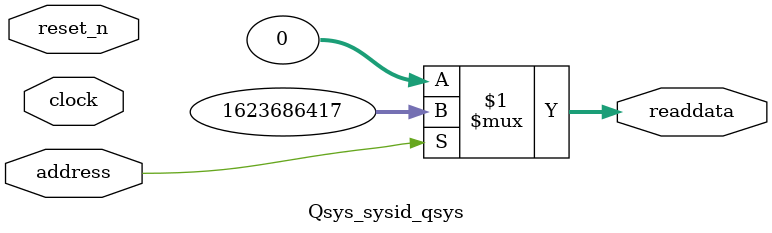
<source format=v>



// synthesis translate_off
`timescale 1ns / 1ps
// synthesis translate_on

// turn off superfluous verilog processor warnings 
// altera message_level Level1 
// altera message_off 10034 10035 10036 10037 10230 10240 10030 

module Qsys_sysid_qsys (
               // inputs:
                address,
                clock,
                reset_n,

               // outputs:
                readdata
             )
;

  output  [ 31: 0] readdata;
  input            address;
  input            clock;
  input            reset_n;

  wire    [ 31: 0] readdata;
  //control_slave, which is an e_avalon_slave
  assign readdata = address ? 1623686417 : 0;

endmodule



</source>
